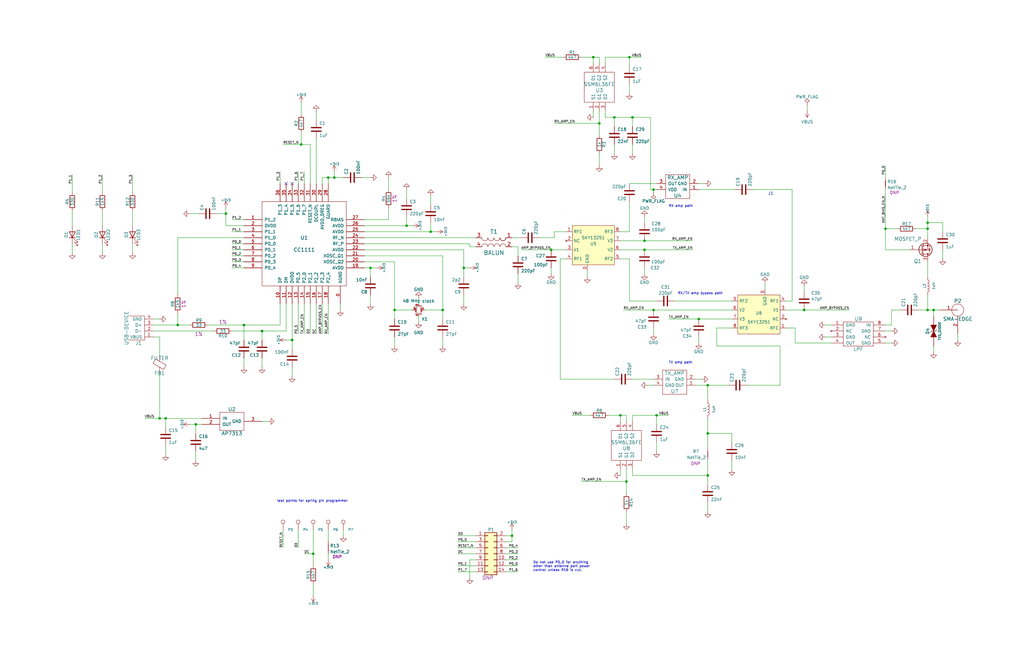
<source format=kicad_sch>
(kicad_sch (version 20230121) (generator eeschema)
  (paper "User" 431.8 279.4)
  (title_block (title "YARD Stick One") (date "${DATE}") (rev "${VERSION}") (company "Copyright 2012-2023 Great Scott Gadgets") (comment 1 "Licensed under the CERN-OHL-P v2"))
  (junction (at 82.55 179.07))
  (junction (at 294.64 134.62))
  (junction (at 298.45 162.56))
  (junction (at 102.87 137.16))
  (junction (at 275.59 80.01))
  (junction (at 95.25 90.17))
  (junction (at 391.16 96.52))
  (junction (at 69.85 176.53))
  (junction (at 171.45 95.25))
  (junction (at 215.9 226.06))
  (junction (at 110.49 139.7))
  (junction (at 250.19 24.13))
  (junction (at 156.21 113.03))
  (junction (at 264.16 203.2))
  (junction (at 276.86 175.26))
  (junction (at 67.31 176.53))
  (junction (at 373.38 96.52))
  (junction (at 271.78 101.6))
  (junction (at 74.93 137.16))
  (junction (at 298.45 200.66))
  (junction (at 166.37 130.81))
  (junction (at 391.16 130.81))
  (junction (at 140.97 74.93))
  (junction (at 123.19 143.51))
  (junction (at 232.41 105.41))
  (junction (at 259.08 49.53))
  (junction (at 266.7 49.53))
  (junction (at 339.09 130.81))
  (junction (at 275.59 130.81))
  (junction (at 252.73 52.07))
  (junction (at 271.78 105.41))
  (junction (at 261.62 175.26))
  (junction (at 181.61 97.79))
  (junction (at 298.45 182.88))
  (junction (at 195.58 113.03))
  (junction (at 265.43 24.13))
  (junction (at 132.08 233.68))
  (junction (at 391.16 93.98))
  (junction (at 138.43 74.93))
  (junction (at 393.7 130.81))
  (junction (at 127 60.96))
  (junction (at 186.69 130.81))
  (no_connect (at 123.19 77.47))
  (no_connect (at 120.65 77.47))
  (wire (pts (xy 232.41 115.57) (xy 232.41 113.03)))
  (wire (pts (xy 375.92 139.7) (xy 373.38 139.7)))
  (wire (pts (xy 294.64 77.47) (xy 297.18 77.47)))
  (wire (pts (xy 229.87 24.13) (xy 237.49 24.13)))
  (wire (pts (xy 302.26 138.43) (xy 308.61 138.43)))
  (wire (pts (xy 261.62 177.8) (xy 261.62 175.26)))
  (wire (pts (xy 236.22 160.02) (xy 259.08 160.02)))
  (wire (pts (xy 74.93 124.46) (xy 74.93 100.33)))
  (wire (pts (xy 67.31 157.48) (xy 67.31 176.53)))
  (wire (pts (xy 386.08 96.52) (xy 391.16 96.52)))
  (wire (pts (xy 156.21 113.03) (xy 156.21 116.84)))
  (wire (pts (xy 233.68 52.07) (xy 252.73 52.07)))
  (wire (pts (xy 252.73 24.13) (xy 252.73 26.67)))
  (wire (pts (xy 74.93 132.08) (xy 74.93 137.16)))
  (wire (pts (xy 97.79 102.87) (xy 102.87 102.87)))
  (wire (pts (xy 195.58 124.46) (xy 195.58 128.27)))
  (wire (pts (xy 266.7 175.26) (xy 276.86 175.26)))
  (wire (pts (xy 120.65 143.51) (xy 123.19 143.51)))
  (wire (pts (xy 140.97 72.39) (xy 140.97 74.93)))
  (wire (pts (xy 294.64 80.01) (xy 309.88 80.01)))
  (wire (pts (xy 128.27 140.97) (xy 128.27 128.27)))
  (wire (pts (xy 195.58 105.41) (xy 195.58 113.03)))
  (wire (pts (xy 218.44 231.14) (xy 213.36 231.14)))
  (wire (pts (xy 171.45 91.44) (xy 171.45 95.25)))
  (wire (pts (xy 233.68 100.33) (xy 233.68 97.79)))
  (wire (pts (xy 256.54 175.26) (xy 261.62 175.26)))
  (wire (pts (xy 373.38 80.01) (xy 373.38 96.52)))
  (wire (pts (xy 120.65 139.7) (xy 120.65 128.27)))
  (wire (pts (xy 227.33 100.33) (xy 233.68 100.33)))
  (wire (pts (xy 276.86 186.69) (xy 276.86 190.5)))
  (wire (pts (xy 97.79 139.7) (xy 110.49 139.7)))
  (wire (pts (xy 274.32 49.53) (xy 274.32 80.01)))
  (wire (pts (xy 215.9 226.06) (xy 215.9 228.6)))
  (wire (pts (xy 138.43 74.93) (xy 140.97 74.93)))
  (wire (pts (xy 295.91 160.02) (xy 293.37 160.02)))
  (wire (pts (xy 69.85 187.96) (xy 69.85 191.77)))
  (wire (pts (xy 82.55 179.07) (xy 82.55 182.88)))
  (wire (pts (xy 335.28 144.78) (xy 350.52 144.78)))
  (wire (pts (xy 298.45 200.66) (xy 298.45 204.47)))
  (wire (pts (xy 153.67 113.03) (xy 156.21 113.03)))
  (wire (pts (xy 125.73 77.47) (xy 125.73 72.39)))
  (wire (pts (xy 102.87 137.16) (xy 118.11 137.16)))
  (wire (pts (xy 140.97 74.93) (xy 144.78 74.93)))
  (wire (pts (xy 340.36 44.45) (xy 340.36 46.99)))
  (wire (pts (xy 213.36 238.76) (xy 218.44 238.76)))
  (wire (pts (xy 113.03 177.8) (xy 110.49 177.8)))
  (wire (pts (xy 82.55 190.5) (xy 82.55 194.31)))
  (wire (pts (xy 273.05 162.56) (xy 275.59 162.56)))
  (wire (pts (xy 152.4 74.93) (xy 156.21 74.93)))
  (wire (pts (xy 97.79 107.95) (xy 102.87 107.95)))
  (wire (pts (xy 127 60.96) (xy 130.81 60.96)))
  (wire (pts (xy 265.43 127) (xy 276.86 127)))
  (wire (pts (xy 255.27 49.53) (xy 259.08 49.53)))
  (wire (pts (xy 95.25 90.17) (xy 95.25 95.25)))
  (wire (pts (xy 298.45 162.56) (xy 307.34 162.56)))
  (wire (pts (xy 138.43 140.97) (xy 138.43 128.27)))
  (wire (pts (xy 123.19 128.27) (xy 123.19 143.51)))
  (wire (pts (xy 328.93 146.05) (xy 302.26 146.05)))
  (wire (pts (xy 119.38 223.52) (xy 119.38 231.14)))
  (wire (pts (xy 259.08 49.53) (xy 266.7 49.53)))
  (wire (pts (xy 232.41 105.41) (xy 238.76 105.41)))
  (wire (pts (xy 294.64 134.62) (xy 281.94 134.62)))
  (wire (pts (xy 347.98 142.24) (xy 350.52 142.24)))
  (wire (pts (xy 102.87 97.79) (xy 97.79 97.79)))
  (wire (pts (xy 213.36 226.06) (xy 215.9 226.06)))
  (wire (pts (xy 80.01 90.17) (xy 83.82 90.17)))
  (wire (pts (xy 193.04 238.76) (xy 200.66 238.76)))
  (wire (pts (xy 74.93 137.16) (xy 80.01 137.16)))
  (wire (pts (xy 43.18 106.68) (xy 43.18 102.87)))
  (wire (pts (xy 218.44 104.14) (xy 218.44 107.95)))
  (wire (pts (xy 69.85 176.53) (xy 69.85 180.34)))
  (wire (pts (xy 213.36 233.68) (xy 218.44 233.68)))
  (wire (pts (xy 261.62 175.26) (xy 264.16 175.26)))
  (wire (pts (xy 276.86 175.26) (xy 281.94 175.26)))
  (wire (pts (xy 179.07 130.81) (xy 186.69 130.81)))
  (wire (pts (xy 43.18 73.66) (xy 43.18 81.28)))
  (wire (pts (xy 127 43.18) (xy 127 48.26)))
  (wire (pts (xy 64.77 137.16) (xy 74.93 137.16)))
  (wire (pts (xy 193.04 233.68) (xy 200.66 233.68)))
  (wire (pts (xy 218.44 115.57) (xy 218.44 119.38)))
  (wire (pts (xy 200.66 104.14) (xy 198.12 104.14)))
  (wire (pts (xy 64.77 142.24) (xy 67.31 142.24)))
  (wire (pts (xy 322.58 119.38) (xy 322.58 121.92)))
  (wire (pts (xy 153.67 95.25) (xy 171.45 95.25)))
  (wire (pts (xy 55.88 73.66) (xy 55.88 81.28)))
  (wire (pts (xy 135.89 77.47) (xy 135.89 74.93)))
  (wire (pts (xy 166.37 142.24) (xy 166.37 146.05)))
  (wire (pts (xy 261.62 105.41) (xy 271.78 105.41)))
  (wire (pts (xy 95.25 95.25) (xy 102.87 95.25)))
  (wire (pts (xy 176.53 133.35) (xy 176.53 135.89)))
  (wire (pts (xy 125.73 223.52) (xy 125.73 231.14)))
  (wire (pts (xy 181.61 97.79) (xy 184.15 97.79)))
  (wire (pts (xy 391.16 96.52) (xy 391.16 100.33)))
  (wire (pts (xy 275.59 80.01) (xy 276.86 80.01)))
  (wire (pts (xy 264.16 175.26) (xy 264.16 177.8)))
  (wire (pts (xy 171.45 95.25) (xy 173.99 95.25)))
  (wire (pts (xy 261.62 200.66) (xy 261.62 198.12)))
  (wire (pts (xy 275.59 80.01) (xy 275.59 81.28)))
  (wire (pts (xy 80.01 179.07) (xy 82.55 179.07)))
  (wire (pts (xy 130.81 128.27) (xy 130.81 140.97)))
  (wire (pts (xy 163.83 87.63) (xy 163.83 92.71)))
  (wire (pts (xy 64.77 139.7) (xy 90.17 139.7)))
  (wire (pts (xy 255.27 46.99) (xy 255.27 49.53)))
  (wire (pts (xy 215.9 223.52) (xy 215.9 226.06)))
  (wire (pts (xy 69.85 176.53) (xy 85.09 176.53)))
  (wire (pts (xy 334.01 127) (xy 334.01 80.01)))
  (wire (pts (xy 339.09 130.81) (xy 358.14 130.81)))
  (wire (pts (xy 375.92 137.16) (xy 375.92 130.81)))
  (wire (pts (xy 118.11 77.47) (xy 118.11 72.39)))
  (wire (pts (xy 245.11 24.13) (xy 250.19 24.13)))
  (wire (pts (xy 393.7 148.59) (xy 393.7 146.05)))
  (wire (pts (xy 252.73 64.77) (xy 252.73 69.85)))
  (wire (pts (xy 143.51 130.81) (xy 143.51 128.27)))
  (wire (pts (xy 133.35 140.97) (xy 133.35 128.27)))
  (wire (pts (xy 373.38 137.16) (xy 375.92 137.16)))
  (wire (pts (xy 271.78 101.6) (xy 292.1 101.6)))
  (wire (pts (xy 110.49 139.7) (xy 120.65 139.7)))
  (wire (pts (xy 102.87 92.71) (xy 97.79 92.71)))
  (wire (pts (xy 403.86 140.97) (xy 403.86 143.51)))
  (wire (pts (xy 250.19 24.13) (xy 252.73 24.13)))
  (wire (pts (xy 391.16 124.46) (xy 391.16 130.81)))
  (wire (pts (xy 339.09 120.65) (xy 339.09 123.19)))
  (wire (pts (xy 293.37 162.56) (xy 298.45 162.56)))
  (wire (pts (xy 119.38 60.96) (xy 127 60.96)))
  (wire (pts (xy 102.87 110.49) (xy 97.79 110.49)))
  (wire (pts (xy 102.87 113.03) (xy 97.79 113.03)))
  (wire (pts (xy 298.45 176.53) (xy 298.45 182.88)))
  (wire (pts (xy 266.7 60.96) (xy 266.7 64.77)))
  (wire (pts (xy 74.93 100.33) (xy 102.87 100.33)))
  (wire (pts (xy 265.43 77.47) (xy 276.86 77.47)))
  (wire (pts (xy 123.19 143.51) (xy 123.19 147.32)))
  (wire (pts (xy 130.81 60.96) (xy 130.81 77.47)))
  (wire (pts (xy 138.43 236.22) (xy 138.43 233.68)))
  (wire (pts (xy 275.59 130.81) (xy 308.61 130.81)))
  (wire (pts (xy 271.78 115.57) (xy 271.78 113.03)))
  (wire (pts (xy 252.73 52.07) (xy 252.73 57.15)))
  (wire (pts (xy 266.7 200.66) (xy 266.7 198.12)))
  (wire (pts (xy 298.45 182.88) (xy 298.45 189.23)))
  (wire (pts (xy 186.69 142.24) (xy 186.69 146.05)))
  (wire (pts (xy 264.16 203.2) (xy 264.16 208.28)))
  (wire (pts (xy 43.18 95.25) (xy 43.18 88.9)))
  (wire (pts (xy 298.45 182.88) (xy 308.61 182.88)))
  (wire (pts (xy 391.16 130.81) (xy 393.7 130.81)))
  (wire (pts (xy 125.73 128.27) (xy 125.73 140.97)))
  (wire (pts (xy 264.16 215.9) (xy 264.16 220.98)))
  (wire (pts (xy 261.62 101.6) (xy 271.78 101.6)))
  (wire (pts (xy 373.38 96.52) (xy 378.46 96.52)))
  (wire (pts (xy 30.48 73.66) (xy 30.48 81.28)))
  (wire (pts (xy 298.45 194.31) (xy 298.45 200.66)))
  (wire (pts (xy 198.12 104.14) (xy 198.12 102.87)))
  (wire (pts (xy 331.47 127) (xy 334.01 127)))
  (wire (pts (xy 317.5 80.01) (xy 334.01 80.01)))
  (wire (pts (xy 156.21 124.46) (xy 156.21 128.27)))
  (wire (pts (xy 261.62 109.22) (xy 265.43 109.22)))
  (wire (pts (xy 123.19 154.94) (xy 123.19 158.75)))
  (wire (pts (xy 252.73 46.99) (xy 252.73 52.07)))
  (wire (pts (xy 60.96 176.53) (xy 67.31 176.53)))
  (wire (pts (xy 298.45 162.56) (xy 298.45 168.91)))
  (wire (pts (xy 266.7 175.26) (xy 266.7 177.8)))
  (wire (pts (xy 128.27 233.68) (xy 132.08 233.68)))
  (wire (pts (xy 163.83 74.93) (xy 163.83 80.01)))
  (wire (pts (xy 198.12 102.87) (xy 153.67 102.87)))
  (wire (pts (xy 250.19 49.53) (xy 250.19 46.99)))
  (wire (pts (xy 166.37 110.49) (xy 166.37 130.81)))
  (wire (pts (xy 331.47 130.81) (xy 339.09 130.81)))
  (wire (pts (xy 265.43 109.22) (xy 265.43 127)))
  (wire (pts (xy 193.04 241.3) (xy 200.66 241.3)))
  (wire (pts (xy 276.86 175.26) (xy 276.86 179.07)))
  (wire (pts (xy 308.61 182.88) (xy 308.61 186.69)))
  (wire (pts (xy 284.48 127) (xy 308.61 127)))
  (wire (pts (xy 391.16 91.44) (xy 391.16 93.98)))
  (wire (pts (xy 264.16 198.12) (xy 264.16 203.2)))
  (wire (pts (xy 193.04 226.06) (xy 200.66 226.06)))
  (wire (pts (xy 156.21 113.03) (xy 158.75 113.03)))
  (wire (pts (xy 166.37 130.81) (xy 166.37 134.62)))
  (wire (pts (xy 266.7 160.02) (xy 275.59 160.02)))
  (wire (pts (xy 266.7 49.53) (xy 274.32 49.53)))
  (wire (pts (xy 298.45 212.09) (xy 298.45 215.9)))
  (wire (pts (xy 193.04 228.6) (xy 200.66 228.6)))
  (wire (pts (xy 373.38 69.85) (xy 373.38 74.93)))
  (wire (pts (xy 186.69 130.81) (xy 186.69 134.62)))
  (wire (pts (xy 102.87 137.16) (xy 102.87 143.51)))
  (wire (pts (xy 128.27 72.39) (xy 128.27 77.47)))
  (wire (pts (xy 397.51 105.41) (xy 397.51 109.22)))
  (wire (pts (xy 265.43 24.13) (xy 270.51 24.13)))
  (wire (pts (xy 236.22 109.22) (xy 236.22 160.02)))
  (wire (pts (xy 133.35 46.99) (xy 133.35 50.8)))
  (wire (pts (xy 298.45 200.66) (xy 266.7 200.66)))
  (wire (pts (xy 67.31 176.53) (xy 69.85 176.53)))
  (wire (pts (xy 218.44 104.14) (xy 215.9 104.14)))
  (wire (pts (xy 166.37 130.81) (xy 173.99 130.81)))
  (wire (pts (xy 133.35 58.42) (xy 133.35 77.47)))
  (wire (pts (xy 64.77 134.62) (xy 67.31 134.62)))
  (wire (pts (xy 30.48 106.68) (xy 30.48 102.87)))
  (wire (pts (xy 265.43 85.09) (xy 265.43 97.79)))
  (wire (pts (xy 176.53 125.73) (xy 176.53 128.27)))
  (wire (pts (xy 391.16 93.98) (xy 391.16 96.52)))
  (wire (pts (xy 195.58 113.03) (xy 195.58 116.84)))
  (wire (pts (xy 271.78 91.44) (xy 271.78 93.98)))
  (wire (pts (xy 138.43 77.47) (xy 138.43 74.93)))
  (wire (pts (xy 218.44 236.22) (xy 213.36 236.22)))
  (wire (pts (xy 375.92 130.81) (xy 379.73 130.81)))
  (wire (pts (xy 215.9 228.6) (xy 213.36 228.6)))
  (wire (pts (xy 373.38 105.41) (xy 383.54 105.41)))
  (wire (pts (xy 55.88 95.25) (xy 55.88 88.9)))
  (wire (pts (xy 294.64 144.78) (xy 294.64 142.24)))
  (wire (pts (xy 266.7 49.53) (xy 266.7 53.34)))
  (wire (pts (xy 241.3 175.26) (xy 248.92 175.26)))
  (wire (pts (xy 95.25 87.63) (xy 95.25 90.17)))
  (wire (pts (xy 328.93 162.56) (xy 328.93 146.05)))
  (wire (pts (xy 132.08 223.52) (xy 132.08 233.68)))
  (wire (pts (xy 255.27 26.67) (xy 255.27 24.13)))
  (wire (pts (xy 110.49 139.7) (xy 110.49 143.51)))
  (wire (pts (xy 67.31 142.24) (xy 67.31 149.86)))
  (wire (pts (xy 275.59 140.97) (xy 275.59 138.43)))
  (wire (pts (xy 373.38 144.78) (xy 375.92 144.78)))
  (wire (pts (xy 308.61 194.31) (xy 308.61 198.12)))
  (wire (pts (xy 181.61 82.55) (xy 181.61 86.36)))
  (wire (pts (xy 350.52 137.16) (xy 347.98 137.16)))
  (wire (pts (xy 153.67 97.79) (xy 181.61 97.79)))
  (wire (pts (xy 302.26 146.05) (xy 302.26 138.43)))
  (wire (pts (xy 144.78 223.52) (xy 144.78 226.06)))
  (wire (pts (xy 87.63 137.16) (xy 102.87 137.16)))
  (wire (pts (xy 397.51 93.98) (xy 391.16 93.98)))
  (wire (pts (xy 198.12 113.03) (xy 195.58 113.03)))
  (wire (pts (xy 271.78 105.41) (xy 292.1 105.41)))
  (wire (pts (xy 218.44 241.3) (xy 213.36 241.3)))
  (wire (pts (xy 397.51 93.98) (xy 397.51 97.79)))
  (wire (pts (xy 265.43 24.13) (xy 265.43 27.94)))
  (wire (pts (xy 135.89 74.93) (xy 138.43 74.93)))
  (wire (pts (xy 265.43 97.79) (xy 261.62 97.79)))
  (wire (pts (xy 163.83 92.71) (xy 153.67 92.71)))
  (wire (pts (xy 262.89 130.81) (xy 275.59 130.81)))
  (wire (pts (xy 82.55 179.07) (xy 85.09 179.07)))
  (wire (pts (xy 331.47 138.43) (xy 335.28 138.43)))
  (wire (pts (xy 102.87 105.41) (xy 97.79 105.41)))
  (wire (pts (xy 91.44 90.17) (xy 95.25 90.17)))
  (wire (pts (xy 198.12 236.22) (xy 198.12 243.84)))
  (wire (pts (xy 373.38 96.52) (xy 373.38 105.41)))
  (wire (pts (xy 118.11 137.16) (xy 118.11 128.27)))
  (wire (pts (xy 153.67 110.49) (xy 166.37 110.49)))
  (wire (pts (xy 132.08 233.68) (xy 132.08 238.76)))
  (wire (pts (xy 391.16 110.49) (xy 391.16 116.84)))
  (wire (pts (xy 259.08 49.53) (xy 259.08 53.34)))
  (wire (pts (xy 181.61 93.98) (xy 181.61 97.79)))
  (wire (pts (xy 247.65 116.84) (xy 247.65 114.3)))
  (wire (pts (xy 200.66 231.14) (xy 193.04 231.14)))
  (wire (pts (xy 200.66 100.33) (xy 153.67 100.33)))
  (wire (pts (xy 30.48 95.25) (xy 30.48 88.9)))
  (wire (pts (xy 255.27 24.13) (xy 265.43 24.13)))
  (wire (pts (xy 393.7 133.35) (xy 393.7 130.81)))
  (wire (pts (xy 238.76 109.22) (xy 236.22 109.22)))
  (wire (pts (xy 138.43 223.52) (xy 138.43 228.6)))
  (wire (pts (xy 314.96 162.56) (xy 328.93 162.56)))
  (wire (pts (xy 186.69 107.95) (xy 153.67 107.95)))
  (wire (pts (xy 265.43 35.56) (xy 265.43 39.37)))
  (wire (pts (xy 294.64 134.62) (xy 308.61 134.62)))
  (wire (pts (xy 232.41 105.41) (xy 219.71 105.41)))
  (wire (pts (xy 200.66 236.22) (xy 198.12 236.22)))
  (wire (pts (xy 250.19 26.67) (xy 250.19 24.13)))
  (wire (pts (xy 387.35 130.81) (xy 391.16 130.81)))
  (wire (pts (xy 274.32 80.01) (xy 275.59 80.01)))
  (wire (pts (xy 215.9 100.33) (xy 219.71 100.33)))
  (wire (pts (xy 393.7 130.81) (xy 396.24 130.81)))
  (wire (pts (xy 233.68 97.79) (xy 238.76 97.79)))
  (wire (pts (xy 259.08 60.96) (xy 259.08 64.77)))
  (wire (pts (xy 186.69 107.95) (xy 186.69 130.81)))
  (wire (pts (xy 153.67 105.41) (xy 195.58 105.41)))
  (wire (pts (xy 245.11 203.2) (xy 264.16 203.2)))
  (wire (pts (xy 127 55.88) (xy 127 60.96)))
  (wire (pts (xy 135.89 140.97) (xy 135.89 128.27)))
  (wire (pts (xy 55.88 106.68) (xy 55.88 102.87)))
  (wire (pts (xy 132.08 246.38) (xy 132.08 251.46)))
  (wire (pts (xy 335.28 138.43) (xy 335.28 144.78)))
  (wire (pts (xy 110.49 151.13) (xy 110.49 154.94)))
  (wire (pts (xy 102.87 151.13) (xy 102.87 154.94)))
  (wire (pts (xy 171.45 80.01) (xy 171.45 83.82)))
  (text "RX/TX amp bypass path" (at 304.8 124.46 0) (effects (font (size 1.016 1.016)) (justify right bottom)))
  (text "Do not use P0_0 for anything\nother than antenna port power\ncontrol unless R16 is cut." (at 224.79 241.3 0) (effects (font (size 1.016 1.016)) (justify left bottom)))
  (text "test points for spring pin programmer" (at 116.84 212.09 0) (effects (font (size 1.016 1.016)) (justify left bottom)))
  (text "RX amp path" (at 281.94 87.63 0) (effects (font (size 1.016 1.016)) (justify left bottom)))
  (text "J1" (at 323.85 82.55 0) (effects (font (size 1.27 1.27)) (justify left bottom)))
  (text "TX amp path" (at 281.94 153.67 0) (effects (font (size 1.016 1.016)) (justify left bottom)))
  (label "P1_7" (at 193.04 241.3 0) (effects (font (size 1.016 1.016))))
  (label "P0_0" (at 97.79 102.87 0) (effects (font (size 1.016 1.016))))
  (label "DC" (at 193.04 233.68 0) (effects (font (size 1.016 1.016))))
  (label "P1_3" (at 55.88 73.66 270) (effects (font (size 1.016 1.016))))
  (label "P1_6" (at 218.44 241.3 180) (effects (font (size 1.016 1.016))))
  (label "P1_2" (at 97.79 92.71 0) (effects (font (size 1.016 1.016))))
  (label "VBUS" (at 241.3 175.26 0) (effects (font (size 1.016 1.016))))
  (label "RX_AMP_EN" (at 262.89 130.81 0) (effects (font (size 1.016 1.016))))
  (label "TX_AMP_EN" (at 281.94 134.62 0) (effects (font (size 1.016 1.016))))
  (label "TX_AMP_EN" (at 245.11 203.2 0) (effects (font (size 1.016 1.016))))
  (label "RESET_N" (at 193.04 231.14 0) (effects (font (size 1.016 1.016))))
  (label "VBUS" (at 60.96 176.53 0) (effects (font (size 1.016 1.016))))
  (label "ANT_BIAS_EN_N" (at 373.38 82.55 270) (effects (font (size 1.016 1.016))))
  (label "RX_AMP_EN" (at 138.43 140.97 90) (effects (font (size 1.016 1.016))))
  (label "DD" (at 125.73 231.14 90) (effects (font (size 1.016 1.016))))
  (label "P0_5" (at 125.73 140.97 90) (effects (font (size 1.016 1.016))))
  (label "DD" (at 193.04 226.06 0) (effects (font (size 1.016 1.016))))
  (label "P0_3" (at 218.44 233.68 180) (effects (font (size 1.016 1.016))))
  (label "P0_1" (at 97.79 105.41 0) (effects (font (size 1.016 1.016))))
  (label "P1_1" (at 30.48 73.66 270) (effects (font (size 1.016 1.016))))
  (label "P0_2" (at 218.44 236.22 180) (effects (font (size 1.016 1.016))))
  (label "P0_0" (at 373.38 69.85 270) (effects (font (size 1.016 1.016))))
  (label "VBUS" (at 229.87 24.13 0) (effects (font (size 1.016 1.016))))
  (label "P1_2" (at 43.18 73.66 270) (effects (font (size 1.016 1.016))))
  (label "P0_4" (at 218.44 231.14 180) (effects (font (size 1.016 1.016))))
  (label "AMP_BYPASS_EN" (at 135.89 140.97 90) (effects (font (size 1.016 1.016))))
  (label "P1_3" (at 118.11 72.39 270) (effects (font (size 1.016 1.016))))
  (label "P0_3" (at 97.79 110.49 0) (effects (font (size 1.016 1.016))))
  (label "P0_4" (at 97.79 113.03 0) (effects (font (size 1.016 1.016))))
  (label "RX_AMP_EN" (at 233.68 52.07 0) (effects (font (size 1.016 1.016))))
  (label "RESET_N" (at 119.38 60.96 0) (effects (font (size 1.016 1.016))))
  (label "RX_AMP_EN" (at 292.1 101.6 180) (effects (font (size 1.016 1.016))))
  (label "AMP_BYPASS_EN" (at 358.14 130.81 180) (effects (font (size 1.016 1.016))))
  (label "P0_0" (at 218.44 238.76 180) (effects (font (size 1.016 1.016))))
  (label "P0_2" (at 97.79 107.95 0) (effects (font (size 1.016 1.016))))
  (label "TX_AMP_EN" (at 128.27 140.97 90) (effects (font (size 1.016 1.016))))
  (label "P1_7" (at 128.27 72.39 270) (effects (font (size 1.016 1.016))))
  (label "VBUS" (at 270.51 24.13 180) (effects (font (size 1.016 1.016))))
  (label "P1_1" (at 97.79 97.79 0) (effects (font (size 1.016 1.016))))
  (label "DC" (at 133.35 140.97 90) (effects (font (size 1.016 1.016))))
  (label "P0_5" (at 193.04 228.6 0) (effects (font (size 1.016 1.016))))
  (label "DD" (at 130.81 140.97 90) (effects (font (size 1.016 1.016))))
  (label "TX_AMP_EN" (at 292.1 105.41 180) (effects (font (size 1.016 1.016))))
  (label "VBUS" (at 281.94 175.26 180) (effects (font (size 1.016 1.016))))
  (label "DC" (at 128.27 233.68 0) (effects (font (size 1.016 1.016))))
  (label "AMP_BYPASS_EN" (at 219.71 105.41 0) (effects (font (size 1.016 1.016))))
  (label "P1_6" (at 125.73 72.39 270) (effects (font (size 1.016 1.016))))
  (label "RESET_N" (at 119.38 231.14 90) (effects (font (size 1.016 1.016))))
  (label "P0_1" (at 193.04 238.76 0) (effects (font (size 1.016 1.016))))
  (symbol (lib_id "cc1111:BALUN-B0310J50100AHF") (at 208.28 102.87 0) (unit 1)
    (property "Reference" "T1" (at 208.28 97.79 0) (effects (font (size 1.778 1.778))))
    (property "Value" "BALUN" (at 208.28 106.68 0) (effects (font (size 1.778 1.778))))
    (property "Footprint" "cc1111:B0310J50100AHF" (effects hide))
    (property "Manufacturer" "Anaren" (effects hide))
    (property "Part Number" "B0310J50100AHF" (effects hide))
    (property "Description" "Ultra Low Profile 0805 Balun 50 to 100 ohm Balanced" (effects hide))
  )
  (symbol (lib_id "power:GND") (at 218.44 119.38 0) (unit 1)
    (property "Reference" "#PWR062" (effects hide))
    (property "Value" "GND" (effects hide))
  )
  (symbol (lib_id "Device:C") (at 166.37 138.43 0) (unit 1)
    (property "Reference" "C10" (at 167.64 135.89 0) (effects (justify left)))
    (property "Value" "27pF" (at 167.64 140.97 0) (effects (justify left)))
    (property "Footprint" "Capacitor_SMD:C_0402_1005Metric" (effects hide))
    (property "Manufacturer" "KEMET" (effects hide))
    (property "Part Number" "C0402C270J5GACAUTO" (effects hide))
    (property "Description" "CAP CER 27PF 50V C0G/NP0 0402" (effects hide))
  )
  (symbol (lib_id "Device:C") (at 186.69 138.43 0) (unit 1)
    (property "Reference" "C11" (at 187.96 135.89 0) (effects (justify left)))
    (property "Value" "27pF" (at 187.96 140.97 0) (effects (justify left)))
    (property "Footprint" "Capacitor_SMD:C_0402_1005Metric" (effects hide))
    (property "Manufacturer" "KEMET" (effects hide))
    (property "Part Number" "C0402C270J5GACAUTO" (effects hide))
    (property "Description" "CAP CER 27PF 50V C0G/NP0 0402" (effects hide))
  )
  (symbol (lib_id "power:GND") (at 166.37 146.05 0) (unit 1)
    (property "Reference" "#PWR061" (effects hide))
    (property "Value" "GND" (effects hide))
  )
  (symbol (lib_id "power:GND") (at 186.69 146.05 0) (unit 1)
    (property "Reference" "#PWR060" (effects hide))
    (property "Value" "GND" (effects hide))
  )
  (symbol (lib_id "Device:C") (at 133.35 54.61 0) (unit 1)
    (property "Reference" "C1" (at 134.62 52.07 0) (effects (justify left)))
    (property "Value" "1uF" (at 134.62 57.15 0) (effects (justify left)))
    (property "Footprint" "Capacitor_SMD:C_0603_1608Metric" (effects hide))
    (property "Manufacturer" "Taiyo Yuden" (effects hide))
    (property "Part Number" "LMK107B7105KA-T" (effects hide))
    (property "Description" "CAP CER 1UF 10V 10% X7R 0603" (effects hide))
  )
  (symbol (lib_id "power:GND") (at 133.35 46.99 180) (unit 1)
    (property "Reference" "#PWR059" (effects hide))
    (property "Value" "GND" (effects hide))
  )
  (symbol (lib_id "Device:R") (at 163.83 83.82 180) (unit 1)
    (property "Reference" "R4" (at 161.798 83.82 90))
    (property "Value" "56k" (at 163.83 83.82 90))
    (property "Footprint" "Resistor_SMD:R_0402_1005Metric" (effects hide))
    (property "Manufacturer" "Rohm" (effects hide))
    (property "Part Number" "MCR01MRTF5602" (effects hide))
    (property "Description" "RES 56.0K OHM 1/16W 1% 0402 SMD" (effects hide))
    (property "Note" "1%" (at 166.37 83.82 90) (effects (font (size 1.524 1.524))))
  )
  (symbol (lib_id "power:GND") (at 163.83 74.93 180) (unit 1)
    (property "Reference" "#PWR058" (effects hide))
    (property "Value" "GND" (effects hide))
  )
  (symbol (lib_id "Device:C") (at 148.59 74.93 90) (unit 1)
    (property "Reference" "C2" (at 146.05 73.66 0) (effects (justify left)))
    (property "Value" "100nF" (at 151.13 73.66 0) (effects (justify left)))
    (property "Footprint" "Capacitor_SMD:C_0402_1005Metric" (effects hide))
    (property "Manufacturer" "Murata" (effects hide))
    (property "Part Number" "GRM155R61A104KA01D" (effects hide))
    (property "Description" "CAP CER 0.1UF 10V 10% X5R 0402" (effects hide))
  )
  (symbol (lib_id "power:GND") (at 156.21 74.93 90) (unit 1)
    (property "Reference" "#PWR057" (effects hide))
    (property "Value" "GND" (effects hide))
  )
  (symbol (lib_id "Device:C") (at 87.63 90.17 90) (unit 1)
    (property "Reference" "C4" (at 85.09 88.9 0) (effects (justify left)))
    (property "Value" "100nF" (at 90.17 88.9 0) (effects (justify left)))
    (property "Footprint" "Capacitor_SMD:C_0402_1005Metric" (effects hide))
    (property "Manufacturer" "Murata" (effects hide))
    (property "Part Number" "GRM155R61A104KA01D" (effects hide))
    (property "Description" "CAP CER 0.1UF 10V 10% X5R 0402" (effects hide))
  )
  (symbol (lib_id "power:GND") (at 80.01 90.17 270) (unit 1)
    (property "Reference" "#PWR056" (effects hide))
    (property "Value" "GND" (effects hide))
  )
  (symbol (lib_id "power:GND") (at 123.19 158.75 0) (unit 1)
    (property "Reference" "#PWR055" (effects hide))
    (property "Value" "GND" (effects hide))
  )
  (symbol (lib_id "Device:C") (at 123.19 151.13 180) (unit 1)
    (property "Reference" "C14" (at 121.92 153.67 0) (effects (justify left)))
    (property "Value" "100nF" (at 121.92 148.59 0) (effects (justify left)))
    (property "Footprint" "Capacitor_SMD:C_0402_1005Metric" (effects hide))
    (property "Manufacturer" "Murata" (effects hide))
    (property "Part Number" "GRM155R61A104KA01D" (effects hide))
    (property "Description" "CAP CER 0.1UF 10V 10% X5R 0402" (effects hide))
  )
  (symbol (lib_id "Device:C") (at 156.21 120.65 180) (unit 1)
    (property "Reference" "C8" (at 154.94 123.19 0) (effects (justify left)))
    (property "Value" "10nF" (at 154.94 118.11 0) (effects (justify left)))
    (property "Footprint" "Capacitor_SMD:C_0402_1005Metric" (effects hide))
    (property "Manufacturer" "Murata" (effects hide))
    (property "Part Number" "GRM155R71E103KA01D" (effects hide))
    (property "Description" "CAP CER 10000PF 25V 10% X7R 0402" (effects hide))
  )
  (symbol (lib_id "power:GND") (at 156.21 128.27 0) (unit 1)
    (property "Reference" "#PWR054" (effects hide))
    (property "Value" "GND" (effects hide))
  )
  (symbol (lib_id "Device:C") (at 195.58 120.65 180) (unit 1)
    (property "Reference" "C9" (at 194.31 123.19 0) (effects (justify left)))
    (property "Value" "2p2" (at 194.31 118.11 0) (effects (justify left)))
    (property "Footprint" "Capacitor_SMD:C_0402_1005Metric" (effects hide))
    (property "Manufacturer" "Taiyo Yuden" (effects hide))
    (property "Part Number" "UMK105CG2R2CV-F" (effects hide))
    (property "Description" "CAP CER 2.2PF 50V NP0 0402" (effects hide))
  )
  (symbol (lib_id "power:GND") (at 195.58 128.27 0) (unit 1)
    (property "Reference" "#PWR053" (effects hide))
    (property "Value" "GND" (effects hide))
  )
  (symbol (lib_id "power:GND") (at 181.61 82.55 180) (unit 1)
    (property "Reference" "#PWR052" (effects hide))
    (property "Value" "GND" (effects hide))
  )
  (symbol (lib_id "Device:C") (at 181.61 90.17 0) (unit 1)
    (property "Reference" "C5" (at 182.88 87.63 0) (effects (justify left)))
    (property "Value" "10nF" (at 182.88 92.71 0) (effects (justify left)))
    (property "Footprint" "Capacitor_SMD:C_0402_1005Metric" (effects hide))
    (property "Manufacturer" "Murata" (effects hide))
    (property "Part Number" "GRM155R71E103KA01D" (effects hide))
    (property "Description" "CAP CER 10000PF 25V 10% X7R 0402" (effects hide))
  )
  (symbol (lib_id "Device:C") (at 171.45 87.63 0) (unit 1)
    (property "Reference" "C3" (at 172.72 85.09 0) (effects (justify left)))
    (property "Value" "220pF" (at 172.72 90.17 0) (effects (justify left)))
    (property "Footprint" "Capacitor_SMD:C_0402_1005Metric" (effects hide))
    (property "Manufacturer" "Yageo" (effects hide))
    (property "Part Number" "CC0402KRX7R9BB221" (effects hide))
    (property "Description" "CAP CER 220PF 50V 10% X7R 0402" (effects hide))
  )
  (symbol (lib_id "power:GND") (at 171.45 80.01 180) (unit 1)
    (property "Reference" "#PWR051" (effects hide))
    (property "Value" "GND" (effects hide))
  )
  (symbol (lib_id "cc1111:AP7313") (at 97.79 177.8 0) (unit 1)
    (property "Reference" "U2" (at 97.79 172.72 0) (effects (font (size 1.524 1.524))))
    (property "Value" "AP7313" (at 97.79 182.88 0) (effects (font (size 1.524 1.524))))
    (property "Footprint" "Package_TO_SOT_SMD:SOT-23" (effects hide))
    (property "Manufacturer" "Diodes Inc." (effects hide))
    (property "Part Number" "AP7313-33SAG-7" (effects hide))
    (property "Description" "IC REG LDO 3.3V .15A SOT23" (effects hide))
  )
  (symbol (lib_id "Device:C") (at 69.85 184.15 0) (unit 1)
    (property "Reference" "C15" (at 71.12 181.61 0) (effects (justify left)))
    (property "Value" "1uF" (at 71.12 186.69 0) (effects (justify left)))
    (property "Footprint" "Capacitor_SMD:C_0603_1608Metric" (effects hide))
    (property "Manufacturer" "Taiyo Yuden" (effects hide))
    (property "Part Number" "LMK107B7105KA-T" (effects hide))
    (property "Description" "CAP CER 1UF 10V 10% X7R 0603" (effects hide))
  )
  (symbol (lib_id "Device:C") (at 82.55 186.69 0) (unit 1)
    (property "Reference" "C16" (at 83.82 184.15 0) (effects (justify left)))
    (property "Value" "4u7" (at 83.82 189.23 0) (effects (justify left)))
    (property "Footprint" "Capacitor_SMD:C_0603_1608Metric" (effects hide))
    (property "Manufacturer" "Taiyo Yuden" (effects hide))
    (property "Part Number" "JMK107BJ475KA-T" (effects hide))
    (property "Description" "CAP CER 4.7UF 6.3V 10% X5R 0603" (effects hide))
  )
  (symbol (lib_id "power:GND") (at 82.55 194.31 0) (unit 1)
    (property "Reference" "#PWR050" (effects hide))
    (property "Value" "GND" (effects hide))
  )
  (symbol (lib_id "power:GND") (at 113.03 177.8 90) (unit 1)
    (property "Reference" "#PWR049" (effects hide))
    (property "Value" "GND" (effects hide))
  )
  (symbol (lib_id "power:GND") (at 69.85 191.77 0) (unit 1)
    (property "Reference" "#PWR048" (effects hide))
    (property "Value" "GND" (effects hide))
  )
  (symbol (lib_id "Device:R") (at 83.82 137.16 90) (unit 1)
    (property "Reference" "R9" (at 83.82 135.128 90))
    (property "Value" "33" (at 83.82 137.16 90))
    (property "Footprint" "Resistor_SMD:R_0603_1608Metric" (effects hide))
    (property "Manufacturer" "Rohm" (effects hide))
    (property "Part Number" "MCR03ERTF33R0" (effects hide))
    (property "Description" "RES 33.0 OHM 1/10W 1% 0603 SMD" (effects hide))
    (property "Note" "1%" (at 83.82 140.97 90) (effects (font (size 1.524 1.524))))
  )
  (symbol (lib_id "Device:R") (at 93.98 139.7 90) (mirror x) (unit 1)
    (property "Reference" "R10" (at 93.98 141.732 90))
    (property "Value" "33" (at 93.98 139.7 90))
    (property "Footprint" "Resistor_SMD:R_0603_1608Metric" (effects hide))
    (property "Manufacturer" "Rohm" (effects hide))
    (property "Part Number" "MCR03ERTF33R0" (effects hide))
    (property "Description" "RES 33.0 OHM 1/10W 1% 0603 SMD" (effects hide))
    (property "Note" "1%" (at 93.98 135.89 90) (effects (font (size 1.524 1.524))))
  )
  (symbol (lib_id "Device:C") (at 102.87 147.32 180) (unit 1)
    (property "Reference" "C12" (at 101.6 149.86 0) (effects (justify left)))
    (property "Value" "47pF" (at 101.6 144.78 0) (effects (justify left)))
    (property "Footprint" "Capacitor_SMD:C_0603_1608Metric" (effects hide))
    (property "Manufacturer" "Murata" (effects hide))
    (property "Part Number" "GRM1885C1H470JA01D" (effects hide))
    (property "Description" "CAP CER 47PF 50V 5% NP0 0603" (effects hide))
  )
  (symbol (lib_id "Device:C") (at 110.49 147.32 180) (unit 1)
    (property "Reference" "C13" (at 109.22 149.86 0) (effects (justify left)))
    (property "Value" "47pF" (at 109.22 144.78 0) (effects (justify left)))
    (property "Footprint" "Capacitor_SMD:C_0603_1608Metric" (effects hide))
    (property "Manufacturer" "Murata" (effects hide))
    (property "Part Number" "GRM1885C1H470JA01D" (effects hide))
    (property "Description" "CAP CER 47PF 50V 5% NP0 0603" (effects hide))
  )
  (symbol (lib_id "power:GND") (at 102.87 154.94 0) (unit 1)
    (property "Reference" "#PWR047" (effects hide))
    (property "Value" "GND" (effects hide))
  )
  (symbol (lib_id "power:GND") (at 110.49 154.94 0) (unit 1)
    (property "Reference" "#PWR046" (effects hide))
    (property "Value" "GND" (effects hide))
  )
  (symbol (lib_id "Device:R") (at 74.93 128.27 180) (unit 1)
    (property "Reference" "R8" (at 72.898 128.27 90))
    (property "Value" "1k5" (at 74.93 128.27 90))
    (property "Footprint" "Resistor_SMD:R_0603_1608Metric" (effects hide))
    (property "Manufacturer" "Rohm" (effects hide))
    (property "Part Number" "MCR03ERTF1501" (effects hide))
    (property "Description" "RES 1.50K OHM 1/10W 1% 0603 SMD" (effects hide))
    (property "Note" "1%" (at 77.47 128.27 90) (effects (font (size 1.524 1.524))))
  )
  (symbol (lib_id "Device:LED") (at 30.48 99.06 90) (unit 1)
    (property "Reference" "D1" (at 27.94 99.06 0))
    (property "Value" "LED1" (at 33.02 99.06 0))
    (property "Footprint" "Diode_SMD:D_0603_1608Metric" (effects hide))
    (property "Manufacturer" "Kingbright" (effects hide))
    (property "Part Number" "APT1608SGC" (effects hide))
    (property "Description" "LED 1.6X0.8MM 568NM GRN CLR SMD" (effects hide))
  )
  (symbol (lib_id "Device:R") (at 30.48 85.09 180) (unit 1)
    (property "Reference" "R5" (at 28.448 85.09 90))
    (property "Value" "330" (at 30.48 85.09 90))
    (property "Footprint" "Resistor_SMD:R_0603_1608Metric" (effects hide))
    (property "Manufacturer" "Stackpole" (effects hide))
    (property "Part Number" "RMCF0603JT330R" (effects hide))
    (property "Description" "RES 330 OHM 1/10W 5% 0603 SMD" (effects hide))
  )
  (symbol (lib_id "power:GND") (at 30.48 106.68 0) (unit 1)
    (property "Reference" "#PWR045" (effects hide))
    (property "Value" "GND" (effects hide))
  )
  (symbol (lib_id "power:GND") (at 67.31 134.62 90) (unit 1)
    (property "Reference" "#PWR044" (effects hide))
    (property "Value" "GND" (effects hide))
  )
  (symbol (lib_id "cc1111:GSG-DIODE-TVS-BI") (at 393.7 139.7 90) (unit 1)
    (property "Reference" "D4" (at 391.16 139.7 0))
    (property "Value" "TVS_DIODE" (at 396.24 139.7 0) (effects (font (size 1.016 1.016))))
    (property "Footprint" "Diode_SMD:D_0402_1005Metric" (effects hide))
    (property "Manufacturer" "KYOCERA AVX" (effects hide))
    (property "Part Number" "GG0402060R3C2P" (effects hide))
    (property "Description" "TVS DIODE 6.5VWM 15.5VC 0402" (effects hide))
  )
  (symbol (lib_id "power:GND") (at 393.7 148.59 0) (unit 1)
    (property "Reference" "#PWR043" (effects hide))
    (property "Value" "GND" (effects hide))
  )
  (symbol (lib_id "Device:LED") (at 43.18 99.06 90) (unit 1)
    (property "Reference" "D2" (at 40.64 99.06 0))
    (property "Value" "LED2" (at 45.72 99.06 0))
    (property "Footprint" "Diode_SMD:D_0603_1608Metric" (effects hide))
    (property "Manufacturer" "Kingbright" (effects hide))
    (property "Part Number" "APT1608EC" (effects hide))
    (property "Description" "LED 1.6X0.8MM 625NM RED CLR SMD" (effects hide))
  )
  (symbol (lib_id "power:GND") (at 43.18 106.68 0) (unit 1)
    (property "Reference" "#PWR042" (effects hide))
    (property "Value" "GND" (effects hide))
  )
  (symbol (lib_id "power:GND") (at 55.88 106.68 0) (unit 1)
    (property "Reference" "#PWR041" (effects hide))
    (property "Value" "GND" (effects hide))
  )
  (symbol (lib_id "Device:R") (at 55.88 85.09 180) (unit 1)
    (property "Reference" "R12" (at 53.848 85.09 90))
    (property "Value" "330" (at 55.88 85.09 90))
    (property "Footprint" "Resistor_SMD:R_0603_1608Metric" (effects hide))
    (property "Manufacturer" "Stackpole" (effects hide))
    (property "Part Number" "RMCF0603JT330R" (effects hide))
    (property "Description" "RES 330 OHM 1/10W 5% 0603 SMD" (effects hide))
  )
  (symbol (lib_id "Device:LED") (at 55.88 99.06 90) (unit 1)
    (property "Reference" "D3" (at 53.34 99.06 0))
    (property "Value" "LED3" (at 58.42 99.06 0))
    (property "Footprint" "Diode_SMD:D_0603_1608Metric" (effects hide))
    (property "Manufacturer" "Kingbright" (effects hide))
    (property "Part Number" "APT1608YC" (effects hide))
    (property "Description" "LED 1.6X0.8MM 588NM YLW CLR SMD" (effects hide))
  )
  (symbol (lib_id "Connector:TestPoint") (at 119.38 223.52 0) (unit 1)
    (property "Reference" "P3" (at 121.412 223.52 0) (effects (font (size 1.016 1.016)) (justify left)))
    (property "Value" "RESET_N" (effects hide))
    (property "Footprint" "TestPoint:TestPoint_Pad_D2.5mm" (effects hide))
    (property "Note" "DNP" (effects hide))
  )
  (symbol (lib_id "Connector:TestPoint") (at 125.73 223.52 0) (unit 1)
    (property "Reference" "P4" (at 127.762 223.52 0) (effects (font (size 1.016 1.016)) (justify left)))
    (property "Value" "DD" (effects hide))
    (property "Footprint" "TestPoint:TestPoint_Pad_D2.5mm" (effects hide))
    (property "Note" "DNP" (effects hide))
  )
  (symbol (lib_id "Connector:TestPoint") (at 132.08 223.52 0) (unit 1)
    (property "Reference" "P5" (at 134.112 223.52 0) (effects (font (size 1.016 1.016)) (justify left)))
    (property "Value" "DC" (effects hide))
    (property "Footprint" "TestPoint:TestPoint_Pad_D2.5mm" (effects hide))
    (property "Note" "DNP" (effects hide))
  )
  (symbol (lib_id "Connector:TestPoint") (at 138.43 223.52 0) (unit 1)
    (property "Reference" "P6" (at 140.462 223.52 0) (effects (font (size 1.016 1.016)) (justify left)))
    (property "Value" "3V3" (effects hide))
    (property "Footprint" "TestPoint:TestPoint_Pad_D2.5mm" (effects hide))
    (property "Note" "DNP" (effects hide))
  )
  (symbol (lib_id "Connector:TestPoint") (at 144.78 223.52 0) (unit 1)
    (property "Reference" "P7" (at 146.812 223.52 0) (effects (font (size 1.016 1.016)) (justify left)))
    (property "Value" "GND" (effects hide))
    (property "Footprint" "TestPoint:TestPoint_Pad_D2.5mm" (effects hide))
    (property "Note" "DNP" (effects hide))
  )
  (symbol (lib_id "power:+3V3") (at 127 43.18 0) (unit 1)
    (property "Reference" "#PWR040" (effects hide))
    (property "Value" "3V3" (at 127 40.005 0) (effects (font (size 1.016 1.016))))
  )
  (symbol (lib_id "power:+3V3") (at 140.97 72.39 0) (unit 1)
    (property "Reference" "#PWR039" (effects hide))
    (property "Value" "3V3" (at 140.97 69.215 0) (effects (font (size 1.016 1.016))))
  )
  (symbol (lib_id "power:+3V3") (at 138.43 236.22 180) (unit 1)
    (property "Reference" "#PWR038" (effects hide))
    (property "Value" "3V3" (at 138.43 239.395 0) (effects (font (size 1.016 1.016))))
  )
  (symbol (lib_id "power:GND") (at 144.78 226.06 0) (unit 1)
    (property "Reference" "#PWR037" (effects hide))
    (property "Value" "GND" (effects hide))
  )
  (symbol (lib_id "power:+3V3") (at 120.65 143.51 90) (unit 1)
    (property "Reference" "#PWR036" (effects hide))
    (property "Value" "3V3" (at 117.475 143.51 0) (effects (font (size 1.016 1.016))))
  )
  (symbol (lib_id "power:+3V3") (at 80.01 179.07 90) (unit 1)
    (property "Reference" "#PWR035" (effects hide))
    (property "Value" "3V3" (at 76.835 179.07 0) (effects (font (size 1.016 1.016))))
  )
  (symbol (lib_id "cc1111:CC1111") (at 128.27 102.87 0) (unit 1)
    (property "Reference" "U1" (at 128.27 100.33 0) (effects (font (size 1.524 1.524))))
    (property "Value" "CC1111" (at 128.27 105.41 0) (effects (font (size 1.524 1.524))))
    (property "Footprint" "cc1111:CC1111-QFN36" (effects hide))
    (property "Manufacturer" "Texas Instruments" (effects hide))
    (property "Part Number" "CC1111F32RSPR" (effects hide))
    (property "Description" "IC SUB1GHZ W/MCU USB 32KB 36-QFN" (effects hide))
  )
  (symbol (lib_id "power:+3V3") (at 158.75 113.03 270) (unit 1)
    (property "Reference" "#PWR034" (effects hide))
    (property "Value" "3V3" (at 161.925 113.03 0) (effects (font (size 1.016 1.016))))
  )
  (symbol (lib_id "power:+3V3") (at 198.12 113.03 270) (unit 1)
    (property "Reference" "#PWR033" (effects hide))
    (property "Value" "3V3" (at 201.295 113.03 0) (effects (font (size 1.016 1.016))))
  )
  (symbol (lib_id "power:+3V3") (at 184.15 97.79 270) (unit 1)
    (property "Reference" "#PWR032" (effects hide))
    (property "Value" "3V3" (at 187.96 97.79 0) (effects (font (size 1.016 1.016))))
  )
  (symbol (lib_id "power:+3V3") (at 173.99 95.25 270) (unit 1)
    (property "Reference" "#PWR031" (effects hide))
    (property "Value" "3V3" (at 177.165 95.25 0) (effects (font (size 1.016 1.016))))
  )
  (symbol (lib_id "power:+3V3") (at 95.25 87.63 0) (unit 1)
    (property "Reference" "#PWR030" (effects hide))
    (property "Value" "3V3" (at 95.25 84.455 0) (effects (font (size 1.016 1.016))))
  )
  (symbol (lib_id "power:GND") (at 143.51 130.81 0) (unit 1)
    (property "Reference" "#PWR029" (effects hide))
    (property "Value" "GND" (effects hide))
  )
  (symbol (lib_id "power:GND") (at 295.91 160.02 90) (unit 1)
    (property "Reference" "#PWR028" (effects hide))
    (property "Value" "GND" (effects hide))
  )
  (symbol (lib_id "Device:L") (at 298.45 172.72 0) (unit 1)
    (property "Reference" "L1" (at 297.18 172.72 90) (effects (font (size 1.016 1.016))))
    (property "Value" "1uH" (at 300.99 172.72 90) (effects (font (size 1.016 1.016))))
    (property "Footprint" "Inductor_SMD:L_0603_1608Metric" (effects hide))
    (property "Manufacturer" "Taiyo Yuden" (effects hide))
    (property "Part Number" "BRL1608T1R0M" (effects hide))
    (property "Description" "INDUCTR 1.0UH 650MA 20% 0603 SMD" (effects hide))
  )
  (symbol (lib_id "power:GND") (at 298.45 215.9 0) (unit 1)
    (property "Reference" "#PWR027" (effects hide))
    (property "Value" "GND" (effects hide))
  )
  (symbol (lib_id "Device:C") (at 223.52 100.33 90) (unit 1)
    (property "Reference" "C6" (at 220.98 99.06 0) (effects (justify left)))
    (property "Value" "220pF" (at 226.06 99.06 0) (effects (justify left)))
    (property "Footprint" "Capacitor_SMD:C_0402_1005Metric" (effects hide))
    (property "Manufacturer" "Yageo" (effects hide))
    (property "Description" "CAP CER 220PF 50V 10% X7R 0402" (effects hide))
    (property "Part Number" "CC0402KRX7R9BB221" (effects hide))
  )
  (symbol (lib_id "Device:C") (at 218.44 111.76 0) (unit 1)
    (property "Reference" "C7" (at 219.71 109.22 0) (effects (justify left)))
    (property "Value" "220pF" (at 219.71 114.3 0) (effects (justify left)))
    (property "Footprint" "Capacitor_SMD:C_0402_1005Metric" (effects hide))
    (property "Manufacturer" "Yageo" (effects hide))
    (property "Part Number" "CC0402KRX7R9BB221" (effects hide))
    (property "Description" "CAP CER 220PF 50V 10% X7R 0402" (effects hide))
  )
  (symbol (lib_id "power:GND") (at 247.65 116.84 0) (unit 1)
    (property "Reference" "#PWR019" (effects hide))
    (property "Value" "GND" (effects hide))
  )
  (symbol (lib_id "power:GND") (at 297.18 77.47 90) (unit 1)
    (property "Reference" "#PWR014" (effects hide))
    (property "Value" "GND" (effects hide))
  )
  (symbol (lib_id "power:GND") (at 259.08 64.77 0) (unit 1)
    (property "Reference" "#PWR013" (effects hide))
    (property "Value" "GND" (effects hide))
  )
  (symbol (lib_id "cc1111:SPF5043Z") (at 284.48 161.29 180) (unit 1)
    (property "Reference" "U7" (at 284.48 165.1 0) (effects (font (size 1.524 1.524))))
    (property "Value" "TX_AMP" (at 284.48 157.48 0) (effects (font (size 1.524 1.524))))
    (property "Footprint" "cc1111:SOT343-WP" (effects hide))
    (property "Manufacturer" "RFMD" (effects hide))
    (property "Part Number" "SPF5043Z" (effects hide))
    (property "Description" "IC MMIC AMP LN 50-4000MHZ SOT343" (effects hide))
  )
  (symbol (lib_id "power:GND") (at 273.05 162.56 270) (unit 1)
    (property "Reference" "#PWR012" (effects hide))
    (property "Value" "GND" (effects hide))
  )
  (symbol (lib_id "Device:C") (at 298.45 208.28 0) (unit 1)
    (property "Reference" "C25" (at 299.72 205.74 0) (effects (justify left)))
    (property "Value" "22nF" (at 299.72 210.82 0) (effects (justify left)))
    (property "Footprint" "Capacitor_SMD:C_0402_1005Metric" (effects hide))
    (property "Manufacturer" "Taiyo Yuden" (effects hide))
    (property "Part Number" "EMK105B7223KV-F" (effects hide))
    (property "Description" "CAP CER 0.022UF 16V 10% X7R 0402" (effects hide))
  )
  (symbol (lib_id "Device:C") (at 276.86 182.88 0) (unit 1)
    (property "Reference" "C24" (at 278.13 180.34 0) (effects (justify left)))
    (property "Value" "1uF" (at 278.13 185.42 0) (effects (justify left)))
    (property "Footprint" "Capacitor_SMD:C_0603_1608Metric" (effects hide))
    (property "Manufacturer" "Taiyo Yuden" (effects hide))
    (property "Part Number" "LMK107B7105KA-T" (effects hide))
    (property "Description" "CAP CER 1UF 10V 10% X7R 0603" (effects hide))
  )
  (symbol (lib_id "power:GND") (at 276.86 190.5 0) (unit 1)
    (property "Reference" "#PWR011" (effects hide))
    (property "Value" "GND" (effects hide))
  )
  (symbol (lib_id "Device:R") (at 252.73 175.26 90) (unit 1)
    (property "Reference" "R6" (at 252.73 173.228 90))
    (property "Value" "4k7" (at 252.73 175.26 90))
    (property "Footprint" "Resistor_SMD:R_0402_1005Metric" (effects hide))
    (property "Manufacturer" "Stackpole" (effects hide))
    (property "Part Number" "RMCF0402JT4K70" (effects hide))
    (property "Description" "RES 4.7K OHM 1/16W 5% 0402 SMD" (effects hide))
  )
  (symbol (lib_id "power:GND") (at 261.62 200.66 270) (unit 1)
    (property "Reference" "#PWR010" (effects hide))
    (property "Value" "GND" (effects hide))
  )
  (symbol (lib_id "power:GND") (at 264.16 220.98 0) (unit 1)
    (property "Reference" "#PWR09" (effects hide))
    (property "Value" "GND" (effects hide))
  )
  (symbol (lib_id "power:GND") (at 252.73 69.85 0) (unit 1)
    (property "Reference" "#PWR08" (effects hide))
    (property "Value" "GND" (effects hide))
  )
  (symbol (lib_id "power:GND") (at 250.19 49.53 270) (unit 1)
    (property "Reference" "#PWR07" (effects hide))
    (property "Value" "GND" (effects hide))
  )
  (symbol (lib_id "cc1111:SSM6L36") (at 252.73 36.83 90) (unit 1)
    (property "Reference" "U3" (at 252.73 38.1 90) (effects (font (size 1.524 1.524))))
    (property "Value" "SSM6L36FE" (at 252.73 35.56 90) (effects (font (size 1.524 1.524))))
    (property "Footprint" "Package_TO_SOT_SMD:SOT-563" (effects hide))
    (property "Manufacturer" "Toshiba" (effects hide))
    (property "Part Number" "SSM6L36FE,LM" (effects hide))
    (property "Description" "MOSFET N P CH 20V SOT563" (effects hide))
  )
  (symbol (lib_id "power:GND") (at 265.43 39.37 0) (unit 1)
    (property "Reference" "#PWR06" (effects hide))
    (property "Value" "GND" (effects hide))
  )
  (symbol (lib_id "Device:C") (at 265.43 31.75 0) (unit 1)
    (property "Reference" "C17" (at 266.7 29.21 0) (effects (justify left)))
    (property "Value" "1uF" (at 266.7 34.29 0) (effects (justify left)))
    (property "Footprint" "Capacitor_SMD:C_0603_1608Metric" (effects hide))
    (property "Manufacturer" "Taiyo Yuden" (effects hide))
    (property "Part Number" "LMK107B7105KA-T" (effects hide))
    (property "Description" "CAP CER 1UF 10V 10% X7R 0603" (effects hide))
  )
  (symbol (lib_id "cc1111:USB-DEVICE") (at 59.69 138.43 180) (unit 1)
    (property "Reference" "J1" (at 58.42 144.78 0) (effects (font (size 1.524 1.524))))
    (property "Value" "USB-DEVICE" (at 53.34 138.43 90) (effects (font (size 1.524 1.524))))
    (property "Footprint" "cc1111:USB-A-1001-010-01001-SHEILD" (effects hide))
    (property "Manufacturer" "CNC Tech" (effects hide))
    (property "Part Number" "1001-010-01001" (effects hide))
    (property "Description" "CONN USB A TYPE ULTRA FLAT T/H" (effects hide))
  )
  (symbol (lib_id "power:+3V3") (at 132.08 251.46 180) (unit 1)
    (property "Reference" "#PWR05" (effects hide))
    (property "Value" "3V3" (at 132.08 254.635 0) (effects (font (size 1.016 1.016))))
  )
  (symbol (lib_id "Device:FerriteBead") (at 67.31 153.67 180) (unit 1)
    (property "Reference" "FB1" (at 67.31 157.48 0) (effects (font (size 1.524 1.524))))
    (property "Value" "FILTER" (at 67.31 151.13 0) (effects (font (size 1.524 1.524))))
    (property "Footprint" "Capacitor_SMD:C_0805_2012Metric" (effects hide))
    (property "Manufacturer" "Murata" (effects hide))
    (property "Part Number" "BLM21PG221SN1D" (effects hide))
    (property "Description" "FERRITE CHIP 220 OHM 2000MA 0805" (effects hide))
  )
  (symbol (lib_id "power:GND") (at 198.12 243.84 0) (unit 1)
    (property "Reference" "#PWR04" (effects hide))
    (property "Value" "GND" (effects hide))
  )
  (symbol (lib_id "power:+3V3") (at 215.9 223.52 0) (unit 1)
    (property "Reference" "#PWR03" (effects hide))
    (property "Value" "3V3" (at 215.9 220.345 0) (effects (font (size 1.016 1.016))))
  )
  (symbol (lib_id "cc1111:RF-CONN") (at 403.86 130.81 0) (mirror y) (unit 1)
    (property "Reference" "P2" (at 403.86 127 0) (effects (font (size 1.524 1.524))))
    (property "Value" "SMA-EDGE" (at 403.86 134.62 0) (effects (font (size 1.524 1.524))))
    (property "Footprint" "cc1111:SMA-EDGE" (effects hide))
    (property "Manufacturer" "Linx Technologies" (effects hide))
    (property "Part Number" "CONSMA003.062" (effects hide))
    (property "Description" "CONN SMA JACK 50 OHM EDGE MNT" (effects hide))
  )
  (symbol (lib_id "power:GND") (at 403.86 143.51 0) (unit 1)
    (property "Reference" "#PWR02" (effects hide))
    (property "Value" "GND" (effects hide))
  )
  (symbol (lib_id "Device:R") (at 241.3 24.13 90) (unit 1)
    (property "Reference" "R1" (at 241.3 22.098 90))
    (property "Value" "4k7" (at 241.3 24.13 90))
    (property "Footprint" "Resistor_SMD:R_0402_1005Metric" (effects hide))
    (property "Manufacturer" "Stackpole" (effects hide))
    (property "Part Number" "RMCF0402JT4K70" (effects hide))
    (property "Description" "RES 4.7K OHM 1/16W 5% 0402 SMD" (effects hide))
  )
  (symbol (lib_id "Device:R") (at 127 52.07 180) (unit 1)
    (property "Reference" "R2" (at 124.968 52.07 90))
    (property "Value" "4k7" (at 127 52.07 90))
    (property "Footprint" "Resistor_SMD:R_0402_1005Metric" (effects hide))
    (property "Manufacturer" "Stackpole" (effects hide))
    (property "Part Number" "RMCF0402JT4K70" (effects hide))
    (property "Description" "RES 4.7K OHM 1/16W 5% 0402 SMD" (effects hide))
  )
  (symbol (lib_id "Device:R") (at 132.08 242.57 180) (unit 1)
    (property "Reference" "R15" (at 130.048 242.57 90))
    (property "Value" "4k7" (at 132.08 242.57 90))
    (property "Footprint" "Resistor_SMD:R_0402_1005Metric" (effects hide))
    (property "Manufacturer" "Stackpole" (effects hide))
    (property "Part Number" "RMCF0402JT4K70" (effects hide))
    (property "Description" "RES 4.7K OHM 1/16W 5% 0402 SMD" (effects hide))
  )
  (symbol (lib_id "Device:R") (at 264.16 212.09 0) (unit 1)
    (property "Reference" "R14" (at 266.192 212.09 90))
    (property "Value" "1k" (at 264.16 212.09 90))
    (property "Footprint" "Resistor_SMD:R_0402_1005Metric" (effects hide))
    (property "Manufacturer" "Stackpole" (effects hide))
    (property "Part Number" "RMCF0402JT1K00" (effects hide))
    (property "Description" "RES 1K OHM 1/16W 5% 0402 SMD" (effects hide))
  )
  (symbol (lib_id "Device:R") (at 252.73 60.96 0) (unit 1)
    (property "Reference" "R3" (at 254.762 60.96 90))
    (property "Value" "1k" (at 252.73 60.96 90))
    (property "Footprint" "Resistor_SMD:R_0402_1005Metric" (effects hide))
    (property "Manufacturer" "Stackpole" (effects hide))
    (property "Part Number" "RMCF0402JT1K00" (effects hide))
    (property "Description" "RES 1K OHM 1/16W 5% 0402 SMD" (effects hide))
  )
  (symbol (lib_id "Device:C") (at 259.08 57.15 0) (unit 1)
    (property "Reference" "C18" (at 260.35 54.61 0) (effects (justify left)))
    (property "Value" "22nF" (at 260.35 59.69 0) (effects (justify left)))
    (property "Footprint" "Capacitor_SMD:C_0402_1005Metric" (effects hide))
    (property "Manufacturer" "Taiyo Yuden" (effects hide))
    (property "Part Number" "EMK105B7223KV-F" (effects hide))
    (property "Description" "CAP CER 0.022UF 16V 10% X7R 0402" (effects hide))
  )
  (symbol (lib_id "cc1111:SSM6L36") (at 264.16 187.96 90) (unit 1)
    (property "Reference" "U8" (at 264.16 189.23 90) (effects (font (size 1.524 1.524))))
    (property "Value" "SSM6L36FE" (at 264.16 186.69 90) (effects (font (size 1.524 1.524))))
    (property "Footprint" "Package_TO_SOT_SMD:SOT-563" (effects hide))
    (property "Manufacturer" "Toshiba" (effects hide))
    (property "Part Number" "SSM6L36FE,LM" (effects hide))
    (property "Description" "MOSFET N P CH 20V SOT563" (effects hide))
  )
  (symbol (lib_id "Device:C") (at 265.43 81.28 180) (unit 1)
    (property "Reference" "C20" (at 264.16 83.82 0) (effects (justify left)))
    (property "Value" "220pF" (at 264.16 78.74 0) (effects (justify left)))
    (property "Footprint" "Capacitor_SMD:C_0402_1005Metric" (effects hide))
    (property "Manufacturer" "Yageo" (effects hide))
    (property "Description" "CAP CER 220PF 50V 10% X7R 0402" (effects hide))
    (property "Part Number" "CC0402KRX7R9BB221" (effects hide))
  )
  (symbol (lib_id "Device:C") (at 313.69 80.01 90) (unit 1)
    (property "Reference" "C19" (at 311.15 78.74 0) (effects (justify left)))
    (property "Value" "220pF" (at 316.23 78.74 0) (effects (justify left)))
    (property "Footprint" "Capacitor_SMD:C_0402_1005Metric" (effects hide))
    (property "Manufacturer" "Yageo" (effects hide))
    (property "Part Number" "CC0402KRX7R9BB221" (effects hide))
    (property "Description" "CAP CER 220PF 50V 10% X7R 0402" (effects hide))
  )
  (symbol (lib_id "Device:C") (at 383.54 130.81 90) (unit 1)
    (property "Reference" "C21" (at 381 129.54 0) (effects (justify left)))
    (property "Value" "220pF" (at 386.08 129.54 0) (effects (justify left)))
    (property "Footprint" "Capacitor_SMD:C_0402_1005Metric" (effects hide))
    (property "Manufacturer" "Yageo" (effects hide))
    (property "Part Number" "CC0402KRX7R9BB221" (effects hide))
    (property "Description" "CAP CER 220PF 50V 10% X7R 0402" (effects hide))
  )
  (symbol (lib_id "Device:C") (at 311.15 162.56 90) (unit 1)
    (property "Reference" "C23" (at 308.61 161.29 0) (effects (justify left)))
    (property "Value" "220pF" (at 313.69 161.29 0) (effects (justify left)))
    (property "Footprint" "Capacitor_SMD:C_0402_1005Metric" (effects hide))
    (property "Manufacturer" "Yageo" (effects hide))
    (property "Part Number" "CC0402KRX7R9BB221" (effects hide))
    (property "Description" "CAP CER 220PF 50V 10% X7R 0402" (effects hide))
  )
  (symbol (lib_id "Device:C") (at 262.89 160.02 90) (unit 1)
    (property "Reference" "C22" (at 260.35 158.75 0) (effects (justify left)))
    (property "Value" "220pF" (at 265.43 158.75 0) (effects (justify left)))
    (property "Footprint" "Capacitor_SMD:C_0402_1005Metric" (effects hide))
    (property "Manufacturer" "Yageo" (effects hide))
    (property "Part Number" "CC0402KRX7R9BB221" (effects hide))
    (property "Description" "CAP CER 220PF 50V 10% X7R 0402" (effects hide))
  )
  (symbol (lib_id "power:GND") (at 308.61 198.12 0) (unit 1)
    (property "Reference" "#PWR01" (effects hide))
    (property "Value" "GND" (effects hide))
  )
  (symbol (lib_id "Device:C") (at 308.61 190.5 0) (unit 1)
    (property "Reference" "C26" (at 309.88 187.96 0) (effects (justify left)))
    (property "Value" "10nF" (at 309.88 193.04 0) (effects (justify left)))
    (property "Footprint" "Capacitor_SMD:C_0402_1005Metric" (effects hide))
    (property "Manufacturer" "Murata" (effects hide))
    (property "Part Number" "GRM155R71E103KA01D" (effects hide))
    (property "Description" "CAP CER 10000PF 25V 10% X7R 0402" (effects hide))
  )
  (symbol (lib_id "Connector_Generic:Conn_02x07_Odd_Even") (at 205.74 233.68 0) (unit 1)
    (property "Reference" "P1" (at 207.01 223.52 0))
    (property "Value" "CONN_02X07" (effects hide))
    (property "Footprint" "cc1111:HEADER-2x7" (effects hide))
    (property "Note" "DNP" (at 205.74 243.84 0) (effects (font (size 1.524 1.524))))
  )
  (symbol (lib_id "cc1111:BGA420") (at 285.75 78.74 180) (unit 1)
    (property "Reference" "U4" (at 285.75 82.55 0) (effects (font (size 1.524 1.524))))
    (property "Value" "RX_AMP" (at 285.75 74.93 0) (effects (font (size 1.524 1.524))))
    (property "Footprint" "cc1111:SOT343-WP" (effects hide))
    (property "Manufacturer" "Infineon" (effects hide))
    (property "Part Number" "BGA 420 H6327" (effects hide))
    (property "Description" "IC AMP SI-MMIC 6V 15MA SOT343" (effects hide))
  )
  (symbol (lib_id "Device:C") (at 266.7 57.15 0) (unit 1)
    (property "Reference" "C29" (at 267.97 54.61 0) (effects (justify left)))
    (property "Value" "220pF" (at 267.97 59.69 0) (effects (justify left)))
    (property "Footprint" "Capacitor_SMD:C_0402_1005Metric" (effects hide))
    (property "Manufacturer" "Yageo" (effects hide))
    (property "Part Number" "CC0402KRX7R9BB221" (effects hide))
    (property "Description" "CAP CER 220PF 50V 10% X7R 0402" (effects hide))
  )
  (symbol (lib_id "power:GND") (at 266.7 64.77 0) (unit 1)
    (property "Reference" "#PWR067" (effects hide))
    (property "Value" "GND" (effects hide))
  )
  (symbol (lib_id "cc1111:0915LP15B026") (at 361.95 140.97 0) (unit 1)
    (property "Reference" "U9" (at 361.95 134.62 0) (effects (font (size 1.524 1.524))))
    (property "Value" "LPF" (at 361.95 147.32 0) (effects (font (size 1.524 1.524))))
    (property "Footprint" "cc1111:0915LP15B026" (effects hide))
    (property "Manufacturer" "Johanson Technology" (effects hide))
    (property "Part Number" "0915LP15B026" (effects hide))
    (property "Description" "FILTER LOWPASS GSM/CDMA 915MHZ" (effects hide))
  )
  (symbol (lib_id "power:GND") (at 347.98 142.24 270) (unit 1)
    (property "Reference" "#PWR068" (effects hide))
    (property "Value" "GND" (effects hide))
  )
  (symbol (lib_id "power:GND") (at 347.98 137.16 270) (unit 1)
    (property "Reference" "#PWR069" (effects hide))
    (property "Value" "GND" (effects hide))
  )
  (symbol (lib_id "power:GND") (at 375.92 144.78 90) (unit 1)
    (property "Reference" "#PWR070" (effects hide))
    (property "Value" "GND" (effects hide))
  )
  (symbol (lib_id "power:GND") (at 375.92 139.7 90) (unit 1)
    (property "Reference" "#PWR071" (effects hide))
    (property "Value" "GND" (effects hide))
  )
  (symbol (lib_id "Transistor_FET:BSS84") (at 388.62 105.41 0) (mirror x) (unit 1)
    (property "Reference" "Q1" (at 388.62 110.236 0) (effects (font (size 1.524 1.524)) (justify right)))
    (property "Value" "MOSFET_P" (at 388.62 100.838 0) (effects (font (size 1.524 1.524)) (justify right)))
    (property "Footprint" "Package_TO_SOT_SMD:SOT-23" (effects hide))
    (property "Manufacturer" "onsemi" (effects hide))
    (property "Part Number" "BSS84" (effects hide))
    (property "Description" "MOSFET P-CH 50V 130MA SOT-23" (effects hide))
  )
  (symbol (lib_id "Device:R") (at 382.27 96.52 90) (unit 1)
    (property "Reference" "R17" (at 382.27 94.488 90))
    (property "Value" "4k7" (at 382.27 96.52 90))
    (property "Footprint" "Resistor_SMD:R_0402_1005Metric" (effects hide))
    (property "Manufacturer" "Stackpole" (effects hide))
    (property "Part Number" "RMCF0402JT4K70" (effects hide))
    (property "Description" "RES 4.7K OHM 1/16W 5% 0402 SMD" (effects hide))
  )
  (symbol (lib_id "Device:L") (at 391.16 120.65 0) (unit 1)
    (property "Reference" "L2" (at 389.89 120.65 90) (effects (font (size 1.016 1.016))))
    (property "Value" "1uH" (at 393.7 120.65 90) (effects (font (size 1.016 1.016))))
    (property "Footprint" "Inductor_SMD:L_0603_1608Metric" (effects hide))
    (property "Manufacturer" "Taiyo Yuden" (effects hide))
    (property "Part Number" "BRL1608T1R0M" (effects hide))
    (property "Description" "INDUCTR 1.0UH 650MA 20% 0603 SMD" (effects hide))
  )
  (symbol (lib_id "Device:C") (at 397.51 101.6 0) (unit 1)
    (property "Reference" "C30" (at 398.78 99.06 0) (effects (justify left)))
    (property "Value" "1uF" (at 398.78 104.14 0) (effects (justify left)))
    (property "Footprint" "Capacitor_SMD:C_0603_1608Metric" (effects hide))
    (property "Manufacturer" "Taiyo Yuden" (effects hide))
    (property "Part Number" "LMK107B7105KA-T" (effects hide))
    (property "Description" "CAP CER 1UF 10V 10% X7R 0603" (effects hide))
  )
  (symbol (lib_id "power:GND") (at 397.51 109.22 0) (unit 1)
    (property "Reference" "#PWR072" (effects hide))
    (property "Value" "GND" (effects hide))
  )
  (symbol (lib_id "power:+3V3") (at 391.16 91.44 0) (unit 1)
    (property "Reference" "#PWR073" (effects hide))
    (property "Value" "3V3" (at 391.16 88.265 90) (effects (font (size 1.016 1.016))))
  )
  (symbol (lib_id "Device:R") (at 43.18 85.09 180) (unit 1)
    (property "Reference" "R11" (at 41.148 85.09 90))
    (property "Value" "1k5" (at 43.18 85.09 90))
    (property "Footprint" "Resistor_SMD:R_0603_1608Metric" (effects hide))
    (property "Manufacturer" "Rohm" (effects hide))
    (property "Part Number" "MCR03ERTF1501" (effects hide))
    (property "Description" "RES 1.50K OHM 1/10W 1% 0603 SMD" (effects hide))
  )
  (symbol (lib_id "Device:C") (at 271.78 97.79 0) (unit 1)
    (property "Reference" "C28" (at 274.701 94.4184 0) (effects (justify left)))
    (property "Value" "100pF" (at 274.701 96.9553 0) (effects (justify left)))
    (property "Footprint" "Capacitor_SMD:C_0402_1005Metric" (effects hide))
    (property "Manufacturer" "Samsung Electro-Mechanics" (effects hide))
    (property "Part Number" "CL05C470JB5NNNC" (effects hide))
    (property "Description" "CAP CER 47PF 50V C0G/NP0 0402" (effects hide))
  )
  (symbol (lib_name "SKY13251_1") (lib_id "cc1111:SKY13251") (at 250.19 104.14 0) (unit 1)
    (property "Reference" "U5" (at 250.19 102.87 0))
    (property "Value" "SKY13251" (at 250.19 100.33 0))
    (property "Footprint" "cc1111:QFN-8-1EP_2x2mm_P0.5mm_Ep0.9x1.3mm" (effects hide))
    (property "Manufacturer" "Skyworks Solutions Inc." (effects hide))
    (property "Part Number" "SKY13251-349LF" (effects hide))
    (property "Description" "IC RF SWITCH SP3T 3GHZ 8QFN" (effects hide))
  )
  (symbol (lib_id "power:GND") (at 271.78 91.44 180) (unit 1)
    (property "Reference" "#PWR016" (effects hide))
    (property "Value" "GND" (at 271.78 87.8642 0))
  )
  (symbol (lib_id "Device:C") (at 271.78 109.22 180) (unit 1)
    (property "Reference" "C32" (at 278.13 113.03 0) (effects (justify left)))
    (property "Value" "100pF" (at 280.67 110.49 0) (effects (justify left)))
    (property "Footprint" "Capacitor_SMD:C_0402_1005Metric" (effects hide))
    (property "Manufacturer" "Samsung Electro-Mechanics" (effects hide))
    (property "Part Number" "CL05C470JB5NNNC" (effects hide))
    (property "Description" "CAP CER 47PF 50V C0G/NP0 0402" (effects hide))
  )
  (symbol (lib_id "power:PWR_FLAG") (at 340.36 44.45 0) (unit 1)
    (property "Reference" "#FLG0101" (effects hide))
    (property "Value" "PWR_FLAG" (at 340.36 40.8742 0))
  )
  (symbol (lib_id "Device:C") (at 232.41 109.22 180) (unit 1)
    (property "Reference" "C27" (at 229.87 107.95 0) (effects (justify left)))
    (property "Value" "100pF" (at 231.14 111.76 0) (effects (justify left)))
    (property "Footprint" "Capacitor_SMD:C_0402_1005Metric" (effects hide))
    (property "Manufacturer" "Samsung Electro-Mechanics" (effects hide))
    (property "Part Number" "CL05C470JB5NNNC" (effects hide))
    (property "Description" "CAP CER 47PF 50V C0G/NP0 0402" (effects hide))
  )
  (symbol (lib_id "cc1111:SKY13251") (at 320.04 132.08 180) (unit 1)
    (property "Reference" "U6" (at 320.04 132.08 0))
    (property "Value" "SKY13251" (at 320.04 135.89 0))
    (property "Footprint" "cc1111:QFN-8-1EP_2x2mm_P0.5mm_Ep0.9x1.3mm" (effects hide))
    (property "Manufacturer" "Skyworks Solutions Inc." (effects hide))
    (property "Part Number" "SKY13251-349LF" (effects hide))
    (property "Description" "IC RF SWITCH SP3T 3GHZ 8QFN" (effects hide))
  )
  (symbol (lib_id "Device:C") (at 339.09 127 0) (unit 1)
    (property "Reference" "C35" (at 342.011 123.6284 0) (effects (justify left)))
    (property "Value" "47pF" (at 342.011 126.1653 0) (effects (justify left)))
    (property "Footprint" "Capacitor_SMD:C_0402_1005Metric" (effects hide))
    (property "Manufacturer" "Samsung Electro-Mechanics" (effects hide))
    (property "Part Number" "CL05C470JB5NNNC" (effects hide))
    (property "Description" "CAP CER 47PF 50V C0G/NP0 0402" (effects hide))
  )
  (symbol (lib_id "power:GND") (at 294.64 144.78 0) (unit 1)
    (property "Reference" "#PWR020" (effects hide))
    (property "Value" "GND" (at 294.64 148.3558 0))
  )
  (symbol (lib_id "power:GND") (at 275.59 140.97 0) (unit 1)
    (property "Reference" "#PWR018" (effects hide))
    (property "Value" "GND" (at 275.59 144.5458 0))
  )
  (symbol (lib_id "Device:C") (at 294.64 138.43 180) (unit 1)
    (property "Reference" "C34" (at 291.719 141.8016 0) (effects (justify left)))
    (property "Value" "47pF" (at 291.719 139.2647 0) (effects (justify left)))
    (property "Footprint" "Capacitor_SMD:C_0402_1005Metric" (effects hide))
    (property "Manufacturer" "Samsung Electro-Mechanics" (effects hide))
    (property "Part Number" "CL05C470JB5NNNC" (effects hide))
    (property "Description" "CAP CER 47PF 50V C0G/NP0 0402" (effects hide))
  )
  (symbol (lib_id "power:GND") (at 322.58 119.38 180) (unit 1)
    (property "Reference" "#PWR0101" (effects hide))
    (property "Value" "GND" (at 322.58 115.8042 0))
  )
  (symbol (lib_id "Device:NetTie_2") (at 373.38 77.47 90) (unit 1)
    (property "Reference" "R16" (at 374.142 76.6353 90) (effects (justify right)))
    (property "Value" "NetTie_2" (at 374.142 79.1722 90) (effects (justify right)))
    (property "Footprint" "cc1111:NT_0603_jumper" (effects hide))
    (property "Note" "DNP" (at 377.19 81.28 90))
  )
  (symbol (lib_id "Device:Crystal_GND24_Small") (at 176.53 130.81 180) (unit 1)
    (property "Reference" "X1" (at 179.07 134.62 0))
    (property "Value" "48 MHz clock" (at 176.53 127 0))
    (property "Footprint" "Crystal:Crystal_SMD_3225-4Pin_3.2x2.5mm" (effects hide))
    (property "Manufacturer" "Raltron Electronics" (effects hide))
    (property "Part Number" "RH100-48.000-18-F-3030-TR" (effects hide))
    (property "Description" "48 MHz ±30ppm Crystal 18pF 50 Ohms 4-SMD, No Lead" (effects hide))
  )
  (symbol (lib_id "power:GND") (at 176.53 135.89 0) (unit 1)
    (property "Reference" "#PWR023" (effects hide))
    (property "Value" "GND" (at 176.53 140.3334 0))
  )
  (symbol (lib_id "Device:NetTie_2") (at 298.45 191.77 90) (unit 1)
    (property "Reference" "R7" (at 292.1 190.5 90) (effects (justify right)))
    (property "Value" "NetTie_2" (at 289.56 193.04 90) (effects (justify right)))
    (property "Footprint" "cc1111:NT_0603_jumper" (effects hide))
    (property "Note" "DNP" (at 293.37 195.58 90))
  )
  (symbol (lib_id "power:PWR_FLAG") (at 275.59 81.28 180) (unit 1)
    (property "Reference" "#FLG0102" (effects hide))
    (property "Value" "PWR_FLAG" (at 275.59 84.8558 0))
  )
  (symbol (lib_id "power:VBUS") (at 340.36 46.99 180) (unit 1)
    (property "Reference" "#PWR0102" (effects hide))
    (property "Value" "VBUS" (at 340.36 51.4334 0))
  )
  (symbol (lib_id "Device:NetTie_2") (at 138.43 231.14 90) (unit 1)
    (property "Reference" "R13" (at 139.192 230.3053 90) (effects (justify right)))
    (property "Value" "NetTie_2" (at 139.192 232.8422 90) (effects (justify right)))
    (property "Footprint" "cc1111:NT_0603_jumper" (effects hide))
    (property "Note" "DNP" (at 142.24 234.95 90))
  )
  (symbol (lib_id "Device:C") (at 280.67 127 90) (unit 1)
    (property "Reference" "C31" (at 280.67 121.1412 90))
    (property "Value" "220pF" (at 280.67 123.6781 90))
    (property "Footprint" "Capacitor_SMD:C_0402_1005Metric" (effects hide))
    (property "Description" "CAP CER 220PF 50V 10% X7R 0402" (effects hide))
    (property "Manufacturer" "Yageo" (effects hide))
    (property "Part Number" "CC0402KRX7R9BB221" (effects hide))
  )
  (symbol (lib_id "power:GND") (at 271.78 115.57 0) (unit 1)
    (property "Reference" "#PWR017" (effects hide))
    (property "Value" "GND" (at 271.78 119.1458 0))
  )
  (symbol (lib_id "power:GND") (at 339.09 120.65 180) (unit 1)
    (property "Reference" "#PWR021" (effects hide))
    (property "Value" "GND" (at 339.09 117.0742 0))
  )
  (symbol (lib_id "power:GND") (at 232.41 115.57 0) (unit 1)
    (property "Reference" "#PWR015" (effects hide))
    (property "Value" "GND" (at 232.41 119.1458 0))
  )
  (symbol (lib_id "power:GND") (at 176.53 125.73 180) (unit 1)
    (property "Reference" "#PWR022" (effects hide))
    (property "Value" "GND" (at 176.53 122.1542 0))
  )
  (symbol (lib_id "Device:C") (at 275.59 134.62 180) (unit 1)
    (property "Reference" "C33" (at 272.669 137.9916 0) (effects (justify left)))
    (property "Value" "47pF" (at 272.669 135.4547 0) (effects (justify left)))
    (property "Footprint" "Capacitor_SMD:C_0402_1005Metric" (effects hide))
    (property "Manufacturer" "Samsung Electro-Mechanics" (effects hide))
    (property "Part Number" "CL05C470JB5NNNC" (effects hide))
    (property "Description" "CAP CER 47PF 50V C0G/NP0 0402" (effects hide))
  )
)
</source>
